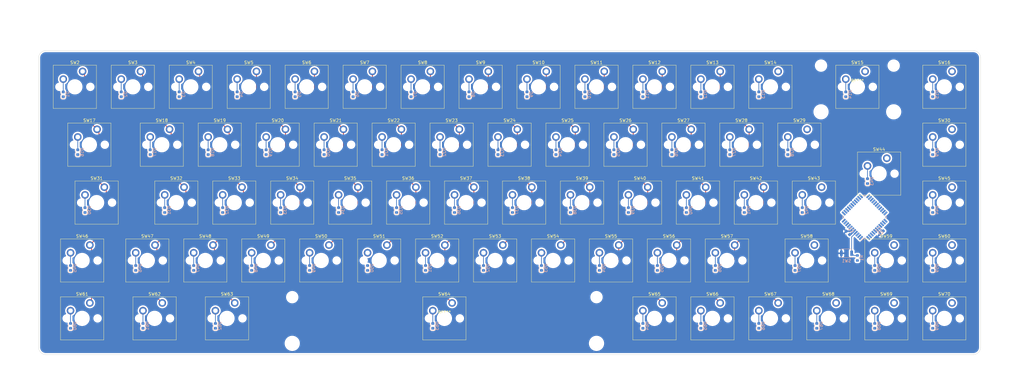
<source format=kicad_pcb>
(kicad_pcb (version 20211014) (generator pcbnew)
  (layers (0 "F.Cu" signal) (31 "B.Cu" signal) (34 "B.Paste" user) (35 "F.Paste" user) (36 "B.SilkS" user "B.Silkscreen") (37 "F.SilkS" user "F.Silkscreen") (38 "B.Mask" user) (39 "F.Mask" user) (44 "Edge.Cuts" user))
  (net 0 "")
  (net 1 "/Keyboard Matrix/R1")
  (net 2 "Net-(D1-Pad2)")
  (net 3 "Net-(D2-Pad2)")
  (net 4 "Net-(D3-Pad2)")
  (net 5 "Net-(D4-Pad2)")
  (net 6 "Net-(D5-Pad2)")
  (net 7 "Net-(D6-Pad2)")
  (net 8 "Net-(D7-Pad2)")
  (net 9 "Net-(D8-Pad2)")
  (net 10 "Net-(D9-Pad2)")
  (net 11 "Net-(D10-Pad2)")
  (net 12 "Net-(D11-Pad2)")
  (net 13 "Net-(D12-Pad2)")
  (net 14 "Net-(D13-Pad2)")
  (net 15 "Net-(D14-Pad2)")
  (net 16 "Net-(D15-Pad2)")
  (net 17 "/Keyboard Matrix/R2")
  (net 18 "Net-(D16-Pad2)")
  (net 19 "Net-(D17-Pad2)")
  (net 20 "Net-(D18-Pad2)")
  (net 21 "Net-(D19-Pad2)")
  (net 22 "Net-(D20-Pad2)")
  (net 23 "Net-(D21-Pad2)")
  (net 24 "Net-(D22-Pad2)")
  (net 25 "Net-(D23-Pad2)")
  (net 26 "Net-(D24-Pad2)")
  (net 27 "Net-(D25-Pad2)")
  (net 28 "Net-(D26-Pad2)")
  (net 29 "Net-(D27-Pad2)")
  (net 30 "Net-(D28-Pad2)")
  (net 31 "Net-(D29-Pad2)")
  (net 32 "/Keyboard Matrix/R3")
  (net 33 "Net-(D30-Pad2)")
  (net 34 "Net-(D31-Pad2)")
  (net 35 "Net-(D32-Pad2)")
  (net 36 "Net-(D33-Pad2)")
  (net 37 "Net-(D34-Pad2)")
  (net 38 "Net-(D35-Pad2)")
  (net 39 "Net-(D36-Pad2)")
  (net 40 "Net-(D37-Pad2)")
  (net 41 "Net-(D38-Pad2)")
  (net 42 "Net-(D39-Pad2)")
  (net 43 "Net-(D40-Pad2)")
  (net 44 "Net-(D41-Pad2)")
  (net 45 "Net-(D42-Pad2)")
  (net 46 "Net-(D43-Pad2)")
  (net 47 "Net-(D44-Pad2)")
  (net 48 "/Keyboard Matrix/R4")
  (net 49 "Net-(D45-Pad2)")
  (net 50 "Net-(D46-Pad2)")
  (net 51 "Net-(D47-Pad2)")
  (net 52 "Net-(D48-Pad2)")
  (net 53 "Net-(D49-Pad2)")
  (net 54 "Net-(D50-Pad2)")
  (net 55 "Net-(D51-Pad2)")
  (net 56 "Net-(D52-Pad2)")
  (net 57 "Net-(D53-Pad2)")
  (net 58 "Net-(D54-Pad2)")
  (net 59 "Net-(D55-Pad2)")
  (net 60 "Net-(D56-Pad2)")
  (net 61 "Net-(D57-Pad2)")
  (net 62 "Net-(D58-Pad2)")
  (net 63 "Net-(D59-Pad2)")
  (net 64 "/Keyboard Matrix/R5")
  (net 65 "Net-(D60-Pad2)")
  (net 66 "Net-(D61-Pad2)")
  (net 67 "Net-(D62-Pad2)")
  (net 68 "Net-(D63-Pad2)")
  (net 69 "Net-(D64-Pad2)")
  (net 70 "Net-(D65-Pad2)")
  (net 71 "Net-(D66-Pad2)")
  (net 72 "Net-(D67-Pad2)")
  (net 73 "Net-(D68-Pad2)")
  (net 74 "Net-(D69-Pad2)")
  (net 75 "/Keyboard Matrix/C1")
  (net 76 "/Keyboard Matrix/C2")
  (net 77 "/Keyboard Matrix/C3")
  (net 78 "/Keyboard Matrix/C4")
  (net 79 "/Keyboard Matrix/C5")
  (net 80 "/Keyboard Matrix/C6")
  (net 81 "/Keyboard Matrix/C7")
  (net 82 "/Keyboard Matrix/C8")
  (net 83 "/Keyboard Matrix/C9")
  (net 84 "/Keyboard Matrix/C10")
  (net 85 "/Keyboard Matrix/C11")
  (net 86 "/Keyboard Matrix/C12")
  (net 87 "/Keyboard Matrix/C13")
  (net 88 "/Keyboard Matrix/C14")
  (net 89 "/Keyboard Matrix/C15")
  (net 126 "+5V")
  (net 127 "Earth")
  (net 128 "/RESET")
  (footprint "Switch_Keyboard_Cherry_MX:SW_Cherry_MX_PCB_2.00u" (layer "F.Cu") (at 326.23125 104.775)
    (fp_text reference "SW15")
    (fp_text value "Backspace")
  )
  (footprint "Diode_SMD:D_0603_1608Metric" (layer "F.Cu") (at 193.83375 145.335 90)
    (fp_text reference "D36")
    (fp_text value "D")
  )
  (footprint "Switch_Keyboard_Cherry_MX:SW_Cherry_MX_PCB_1.00u" (layer "F.Cu") (at 254.79375 142.875)
    (fp_text reference "SW40")
    (fp_text value "l")
  )
  (footprint "Switch_Keyboard_Cherry_MX:SW_Cherry_MX_PCB_ISOEnter" (layer "F.Cu") (at 333.375 133.35)
    (fp_text reference "SW44")
    (fp_text value "Enter")
  )
  (footprint "Diode_SMD:D_0603_1608Metric" (layer "F.Cu") (at 198.59625 107.235 90)
    (fp_text reference "D8")
    (fp_text value "D")
  )
  (footprint "Switch_Keyboard_Cherry_MX:SW_Cherry_MX_PCB_1.00u" (layer "F.Cu") (at 316.70625 180.975)
    (fp_text reference "SW68")
    (fp_text value "left")
  )
  (footprint "Diode_SMD:D_0603_1608Metric" (layer "F.Cu") (at 284.32125 126.285 90)
    (fp_text reference "D27")
    (fp_text value "D")
  )
  (footprint "Diode_SMD:D_0603_1608Metric" (layer "F.Cu") (at 150.97125 126.285 90)
    (fp_text reference "D20")
    (fp_text value "D")
  )
  (footprint "Mounting_Keyboard_Stabilizer:Stabilizer_Cherry_MX_2.00u" (layer "F.Cu") (at 326.23125 104.775)
    (fp_text reference "REF**")
    (fp_text value "Stabilizer_Cherry_MX_2.00u")
  )
  (footprint "Switch_Keyboard_Cherry_MX:SW_Cherry_MX_PCB_1.25u" (layer "F.Cu") (at 71.4375 180.975)
    (fp_text reference "SW61")
    (fp_text value "ctrl")
  )
  (footprint "Diode_SMD:D_0603_1608Metric" (layer "F.Cu") (at 331.94625 164.385 90)
    (fp_text reference "D58")
    (fp_text value "D")
  )
  (footprint "Diode_SMD:D_0603_1608Metric" (layer "F.Cu") (at 329.565 135.81 90)
    (fp_text reference "D43")
    (fp_text value "D")
  )
  (footprint "Diode_SMD:D_0603_1608Metric" (layer "F.Cu") (at 136.68375 145.335 90)
    (fp_text reference "D33")
    (fp_text value "D")
  )
  (footprint "Switch_Keyboard_Cherry_MX:SW_Cherry_MX_PCB_1.00u" (layer "F.Cu") (at 126.20625 104.775)
    (fp_text reference "SW5")
    (fp_text value "3")
  )
  (footprint "Switch_Keyboard_Cherry_MX:SW_Cherry_MX_PCB_1.00u" (layer "F.Cu") (at 197.64375 142.875)
    (fp_text reference "SW37")
    (fp_text value "h")
  )
  (footprint "Diode_SMD:D_0603_1608Metric" (layer "F.Cu") (at 186.69 183.435 90)
    (fp_text reference "D63")
    (fp_text value "D")
  )
  (footprint "Diode_SMD:D_0603_1608Metric" (layer "F.Cu") (at 303.37125 126.285 90)
    (fp_text reference "D28")
    (fp_text value "D")
  )
  (footprint "Diode_SMD:D_0603_1608Metric" (layer "F.Cu") (at 179.54625 107.235 90)
    (fp_text reference "D7")
    (fp_text value "D")
  )
  (footprint "Diode_SMD:D_0603_1608Metric" (layer "F.Cu") (at 241.45875 164.385 90)
    (fp_text reference "D54")
    (fp_text value "D")
  )
  (footprint "Diode_SMD:D_0603_1608Metric" (layer "F.Cu") (at 203.35875 164.385 90)
    (fp_text reference "D52")
    (fp_text value "D")
  )
  (footprint "Diode_SMD:D_0603_1608Metric" (layer "F.Cu") (at 255.74625 107.235 90)
    (fp_text reference "D11")
    (fp_text value "D")
  )
  (footprint "Switch_Keyboard_Cherry_MX:SW_Cherry_MX_PCB_1.00u" (layer "F.Cu") (at 116.68125 123.825)
    (fp_text reference "SW19")
    (fp_text value "w")
  )
  (footprint "Diode_SMD:D_0603_1608Metric" (layer "F.Cu") (at 174.78375 145.335 90)
    (fp_text reference "D35")
    (fp_text value "D")
  )
  (footprint "Switch_Keyboard_Cherry_MX:SW_Cherry_MX_PCB_1.00u" (layer "F.Cu") (at 102.39375 142.875)
    (fp_text reference "SW32")
    (fp_text value "a")
  )
  (footprint "Diode_SMD:D_0603_1608Metric" (layer "F.Cu") (at 127.15875 164.385 90)
    (fp_text reference "D48")
    (fp_text value "D")
  )
  (footprint "Diode_SMD:D_0603_1608Metric" (layer "F.Cu") (at 98.58375 145.335 90)
    (fp_text reference "D31")
    (fp_text value "D")
  )
  (footprint "Switch_Keyboard_Cherry_MX:SW_Cherry_MX_PCB_1.00u" (layer "F.Cu") (at 283.36875 161.925)
    (fp_text reference "SW57")
    (fp_text value "/")
  )
  (footprint "Diode_SMD:D_0603_1608Metric" (layer "F.Cu") (at 170.02125 126.285 90)
    (fp_text reference "D21")
    (fp_text value "D")
  )
  (footprint "Diode_SMD:D_0603_1608Metric" (layer "F.Cu") (at 350.99625 107.235 90)
    (fp_text reference "D15")
    (fp_text value "D")
  )
  (footprint "Switch_Keyboard_Cherry_MX:SW_Cherry_MX_PCB_1.00u" (layer "F.Cu") (at 169.06875 161.925)
    (fp_text reference "SW51")
    (fp_text value "v")
  )
  (footprint "Switch_Keyboard_Cherry_MX:SW_Cherry_MX_PCB_1.00u" (layer "F.Cu") (at 140.49375 142.875)
    (fp_text reference "SW34")
    (fp_text value "d")
  )
  (footprint "Switch_Keyboard_Cherry_MX:SW_Cherry_MX_PCB_1.00u" (layer "F.Cu") (at 111.91875 161.925)
    (fp_text reference "SW48")
    (fp_text value "z")
  )
  (footprint "Diode_SMD:D_0603_1608Metric" (layer "F.Cu") (at 270.03375 145.335 90)
    (fp_text reference "D40")
    (fp_text value "D")
  )
  (footprint "Diode_SMD:D_0603_1608Metric" (layer "F.Cu") (at 350.99625 145.335 90)
    (fp_text reference "D44")
    (fp_text value "D")
  )
  (footprint "Switch_Keyboard_Cherry_MX:SW_Cherry_MX_PCB_1.00u" (layer "F.Cu") (at 221.45625 104.775)
    (fp_text reference "SW10")
    (fp_text value "8")
  )
  (footprint "Switch_Keyboard_Cherry_MX:SW_Cherry_MX_PCB_1.00u" (layer "F.Cu") (at 264.31875 161.925)
    (fp_text reference "SW56")
    (fp_text value ".")
  )
  (footprint "Diode_SMD:D_0603_1608Metric" (layer "F.Cu") (at 217.64625 107.235 90)
    (fp_text reference "D9")
    (fp_text value "D")
  )
  (footprint "Diode_SMD:D_0603_1608Metric" (layer "F.Cu") (at 155.73375 145.335 90)
    (fp_text reference "D34")
    (fp_text value "D")
  )
  (footprint "Switch_Keyboard_Cherry_MX:SW_Cherry_MX_PCB_1.00u" (layer "F.Cu") (at 211.93125 123.825)
    (fp_text reference "SW24")
    (fp_text value "u")
  )
  (footprint "Switch_Keyboard_Cherry_MX:SW_Cherry_MX_PCB_1.00u" (layer "F.Cu") (at 107.15625 104.775)
    (fp_text reference "SW4")
    (fp_text value "2")
  )
  (footprint "Switch_Keyboard_Cherry_MX:SW_Cherry_MX_PCB_1.00u" (layer "F.Cu") (at 250.03125 123.825)
    (fp_text reference "SW26")
    (fp_text value "o")
  )
  (footprint "Diode_SMD:D_0603_1608Metric" (layer "F.Cu") (at 103.34625 107.235 90)
    (fp_text reference "D3")
    (fp_text value "D")
  )
  (footprint "Switch_Keyboard_Cherry_MX:SW_Cherry_MX_PCB_1.00u" (layer "F.Cu") (at 354.80625 123.825)
    (fp_text reference "SW30")
    (fp_text value "home")
  )
  (footprint "Diode_SMD:D_0603_1608Metric" (layer "F.Cu") (at 274.79625 183.435 90)
    (fp_text reference "D65")
    (fp_text value "D")
  )
  (footprint "Diode_SMD:D_0603_1608Metric" (layer "F.Cu") (at 350.99625 126.285 90)
    (fp_text reference "D29")
    (fp_text value "D")
  )
  (footprint "Switch_Keyboard_Cherry_MX:SW_Cherry_MX_PCB_1.00u" (layer "F.Cu") (at 164.30625 104.775)
    (fp_text reference "SW7")
    (fp_text value "5")
  )
  (footprint "Switch_Keyboard_Cherry_MX:SW_Cherry_MX_PCB_1.00u" (layer "F.Cu") (at 92.86875 161.925)
    (fp_text reference "SW47")
    (fp_text value "\\")
  )
  (footprint "Switch_Keyboard_Cherry_MX:SW_Cherry_MX_PCB_1.00u" (layer "F.Cu") (at 173.83125 123.825)
    (fp_text reference "SW22")
    (fp_text value "t")
  )
  (footprint "Diode_SMD:D_0603_1608Metric" (layer "F.Cu") (at 112.87125 126.285 90)
    (fp_text reference "D18")
    (fp_text value "D")
  )
  (footprint "Switch_Keyboard_Cherry_MX:SW_Cherry_MX_PCB_1.00u" (layer "F.Cu") (at 159.54375 142.875)
    (fp_text reference "SW35")
    (fp_text value "f")
  )
  (footprint "Switch_Keyboard_Cherry_MX:SW_Cherry_MX_PCB_1.00u" (layer "F.Cu") (at 307.18125 123.825)
    (fp_text reference "SW29")
    (fp_text value "]")
  )
  (footprint "Switch_Keyboard_Cherry_MX:SW_Cherry_MX_PCB_1.00u" (layer "F.Cu") (at 97.63125 123.825)
    (fp_text reference "SW18")
    (fp_text value "q")
  )
  (footprint "Switch_Keyboard_Cherry_MX:SW_Cherry_MX_PCB_1.75u" (layer "F.Cu") (at 309.5625 161.925)
    (fp_text reference "SW58")
    (fp_text value "rshift")
  )
  (footprint "Diode_SMD:D_0603_1608Metric" (layer "F.Cu") (at 236.69625 107.235 90)
    (fp_text reference "D10")
    (fp_text value "D")
  )
  (footprint "Switch_Keyboard_Cherry_MX:SW_Cherry_MX_PCB_1.00u" (layer "F.Cu") (at 235.74375 142.875)
    (fp_text reference "SW39")
    (fp_text value "k")
  )
  (footprint "Diode_SMD:D_0603_1608Metric" (layer "F.Cu") (at 122.39625 107.235 90)
    (fp_text reference "D4")
    (fp_text value "D")
  )
  (footprint "Switch_Keyboard_Cherry_MX:SW_Cherry_MX_PCB_1.75u" (layer "F.Cu") (at 76.2 142.875)
    (fp_text reference "SW31")
    (fp_text value "esc")
  )
  (footprint "Switch_Keyboard_Cherry_MX:SW_Cherry_MX_PCB_1.00u" (layer "F.Cu") (at 273.84375 142.875)
    (fp_text reference "SW41")
    (fp_text value ";")
  )
  (footprint "Diode_SMD:D_0603_1608Metric" (layer "F.Cu") (at 84.29625 107.235 90)
    (fp_text reference "D2")
    (fp_text value "D")
  )
  (footprint "Switch_Keyboard_Cherry_MX:SW_Cherry_MX_PCB_1.00u" (layer "F.Cu") (at 259.55625 104.775)
    (fp_text reference "SW12")
    (fp_text value "0")
  )
  (footprint "Switch_Keyboard_Cherry_MX:SW_Cherry_MX_PCB_1.00u" (layer "F.Cu") (at 154.78125 123.825)
    (fp_text reference "SW21")
    (fp_text value "r")
  )
  (footprint "Switch_Keyboard_Cherry_MX:SW_Cherry_MX_PCB_1.00u" (layer "F.Cu") (at 178.59375 142.875)
    (fp_text reference "SW36")
    (fp_text value "g")
  )
  (footprint "Switch_Keyboard_Cherry_MX:SW_Cherry_MX_PCB_1.00u" (layer "F.Cu") (at 354.80625 161.925)
    (fp_text reference "SW60")
    (fp_text value "page down")
  )
  (footprint "Diode_SMD:D_0603_1608Metric" (layer "F.Cu") (at 274.79625 107.235 90)
    (fp_text reference "D12")
    (fp_text value "D")
  )
  (footprint "Diode_SMD:D_0603_1608Metric" (layer "F.Cu") (at 246.22125 126.285 90)
    (fp_text reference "D25")
    (fp_text value "D")
  )
  (footprint "Diode_SMD:D_0603_1608Metric" (layer "F.Cu") (at 93.82125 126.285 90)
    (fp_text reference "D17")
    (fp_text value "D")
  )
  (footprint "Diode_SMD:D_0603_1608Metric" (layer "F.Cu") (at 212.88375 145.335 90)
    (fp_text reference "D37")
    (fp_text value "D")
  )
  (footprint "Diode_SMD:D_0603_1608Metric" (layer "F.Cu") (at 293.84625 183.435 90)
    (fp_text reference "D66")
    (fp_text value "D")
  )
  (footprint "Switch_Keyboard_Cherry_MX:SW_Cherry_MX_PCB_1.00u" (layer "F.Cu") (at 288.13125 123.825)
    (fp_text reference "SW28")
    (fp_text value "[")
  )
  (footprint "Diode_SMD:D_0603_1608Metric" (layer "F.Cu") (at 222.40875 164.385 90)
    (fp_text reference "D53")
    (fp_text value "D")
  )
  (footprint "Diode_SMD:D_0603_1608Metric" (layer "F.Cu") (at 208.12125 126.285 90)
    (fp_text reference "D23")
    (fp_text value "D")
  )
  (footprint "Diode_SMD:D_0603_1608Metric" (layer "F.Cu") (at 146.20875 164.385 90)
    (fp_text reference "D49")
    (fp_text value "D")
  )
  (footprint "Diode_SMD:D_0603_1608Metric" (layer "F.Cu") (at 265.27125 126.285 90)
    (fp_text reference "D26")
    (fp_text value "D")
  )
  (footprint "Switch_Keyboard_Cherry_MX:SW_Cherry_MX_PCB_1.00u" (layer "F.Cu") (at 259.55625 180.975)
    (fp_text reference "SW65")
    (fp_text value "ralt")
  )
  (footprint "Switch_Keyboard_Cherry_MX:SW_Cherry_MX_PCB_6.25u" (layer "F.Cu") (at 190.5 180.975)
    (fp_text reference "SW64")
    (fp_text value "space")
  )
  (footprint "Diode_SMD:D_0603_1608Metric" (layer "F.Cu") (at 305.7525 164.385 90)
    (fp_text reference "D57")
    (fp_text value "D")
  )
  (footprint "Switch_Keyboard_Cherry_MX:SW_Cherry_MX_PCB_1.00u" (layer "F.Cu") (at 145.25625 104.775)
    (fp_text reference "SW6")
    (fp_text value "4")
  )
  (footprint "Diode_SMD:D_0603_1608Metric" (layer "F.Cu") (at 255.74625 183.435 90)
    (fp_text reference "D64")
    (fp_text value "D")
  )
  (footprint "Switch_Keyboard_Cherry_MX:SW_Cherry_MX_PCB_1.00u" (layer "F.Cu") (at 269.08125 123.825)
    (fp_text reference "SW27")
    (fp_text value "p")
  )
  (footprint "Diode_SMD:D_0603_1608Metric" (layer "F.Cu") (at 117.63375 145.335 90)
    (fp_text reference "D32")
    (fp_text value "D")
  )
  (footprint "Switch_Keyboard_Cherry_MX:SW_Cherry_MX_PCB_1.00u" (layer "F.Cu") (at 335.75625 180.975)
    (fp_text reference "SW69")
    (fp_text value "down")
  )
  (footprint "Diode_SMD:D_0603_1608Metric" (layer "F.Cu") (at 189.07125 126.285 90)
    (fp_text reference "D22")
    (fp_text value "D")
  )
  (footprint "Diode_SMD:D_0603_1608Metric" (layer "F.Cu") (at 350.99625 183.435 90)
    (fp_text reference "D69")
    (fp_text value "D")
  )
  (footprint "Switch_Keyboard_Cherry_MX:SW_Cherry_MX_PCB_1.00u" (layer "F.Cu") (at 354.80625 104.775)
    (fp_text reference "SW16")
    (fp_text value "LED")
  )
  (footprint "Diode_SMD:D_0603_1608Metric" (layer "F.Cu") (at 131.92125 126.285 90)
    (fp_text reference "D19")
    (fp_text value "D")
  )
  (footprint "Switch_Keyboard_Cherry_MX:SW_Cherry_MX_PCB_1.00u" (layer "F.Cu") (at 150.01875 161.925)
    (fp_text reference "SW50")
    (fp_text value "c")
  )
  (footprint "Diode_SMD:D_0603_1608Metric" (layer "F.Cu") (at 65.24625 107.235 90)
    (fp_text reference "D1")
    (fp_text value "D")
  )
  (footprint "Switch_Keyboard_Cherry_MX:SW_Cherry_MX_PCB_1.00u" (layer "F.Cu") (at 292.89375 142.875)
    (fp_text reference "SW42")
    (fp_text value "@")
  )
  (footprint "Diode_SMD:D_0603_1608Metric" (layer "F.Cu") (at 227.17125 126.285 90)
    (fp_text reference "D24")
    (fp_text value "D")
  )
  (footprint "Switch_Keyboard_Cherry_MX:SW_Cherry_MX_PCB_1.00u" (layer "F.Cu") (at 354.80625 180.975)
    (fp_text reference "SW70")
    (fp_text value "right")
  )
  (footprint "Diode_SMD:D_0603_1608Metric" (layer "F.Cu") (at 331.94625 183.435 90)
    (fp_text reference "D68")
    (fp_text value "D")
  )
  (footprint "Diode_SMD:D_0603_1608Metric" (layer "F.Cu") (at 70.00875 126.285 90)
    (fp_text reference "D16")
    (fp_text value "D")
  )
  (footprint "Switch_Keyboard_Cherry_MX:SW_Cherry_MX_PCB_1.00u" (layer "F.Cu") (at 335.75625 161.925)
    (fp_text reference "SW59")
    (fp_text value "up")
  )
  (footprint "Switch_Keyboard_Cherry_MX:SW_Cherry_MX_PCB_1.00u" (layer "F.Cu") (at 192.88125 123.825)
    (fp_text reference "SW23")
    (fp_text value "y")
  )
  (footprint "Switch_Keyboard_Cherry_MX:SW_Cherry_MX_PCB_1.00u" (layer "F.Cu") (at 135.73125 123.825)
    (fp_text reference "SW20")
    (fp_text value "e")
  )
  (footprint "Diode_SMD:D_0603_1608Metric" (layer "F.Cu") (at 67.6275 164.385 90)
    (fp_text reference "D45")
    (fp_text value "D")
  )
  (footprint "Diode_SMD:D_0603_1608Metric" (layer "F.Cu") (at 231.93375 145.335 90)
    (fp_text reference "D38")
    (fp_text value "D")
  )
  (footprint "Diode_SMD:D_0603_1608Metric" (layer "F.Cu") (at 289.08375 145.335 90)
    (fp_text reference "D41")
    (fp_text value "D")
  )
  (footprint "Switch_Keyboard_Cherry_MX:SW_Cherry_MX_PCB_1.00u" (layer "F.Cu") (at 230.98125 123.825)
    (fp_text reference "SW25")
    (fp_text value "i")
  )
  (footprint "Switch_Keyboard_Cherry_MX:SW_Cherry_MX_PCB_1.50u" (layer "F.Cu") (at 73.81875 123.825)
    (fp_text reference "SW17")
    (fp_text value "Tab")
  )
  (footprint "Switch_Keyboard_Cherry_MX:SW_Cherry_MX_PCB_1.00u" (layer "F.Cu") (at 354.80625 142.875)
    (fp_text reference "SW45")
    (fp_text value "page up")
  )
  (footprint "Switch_Keyboard_Cherry_MX:SW_Cherry_MX_PCB_1.00u" (layer "F.Cu") (at 297.65625 180.975)
    (fp_text reference "SW67")
    (fp_text value "rctrl")
  )
  (footprint "Diode_SMD:D_0603_1608Metric" (layer "F.Cu") (at 108.10875 164.385 90)
    (fp_text reference "D47")
    (fp_text value "D")
  )
  (footprint "Diode_SMD:D_0603_1608Metric" (layer "F.Cu") (at 293.84625 107.235 90)
    (fp_text reference "D13")
    (fp_text value "D")
  )
  (footprint "Diode_SMD:D_0603_1608Metric" (layer "F.Cu") (at 165.25875 164.385 90)
    (fp_text reference "D50")
    (fp_text value "D")
  )
  (footprint "Diode_SMD:D_0603_1608Metric" (layer "F.Cu") (at 279.55875 164.385 90)
    (fp_text reference "D56")
    (fp_text value "D")
  )
  (footprint "Diode_SMD:D_0603_1608Metric" (layer "F.Cu") (at 115.2525 183.435 90)
    (fp_text reference "D62")
    (fp_text value "D")
  )
  (footprint "Diode_SMD:D_0603_1608Metric" (layer "F.Cu") (at 184.30875 164.385 90)
    (fp_text reference "D51")
    (fp_text value "D")
  )
  (footprint "Diode_SMD:D_0603_1608Metric" (layer "F.Cu") (at 141.44625 107.235 90)
    (fp_text reference "D5")
    (fp_text value "D")
  )
  (footprint "Switch_Keyboard_Cherry_MX:SW_Cherry_MX_PCB_1.00u" (layer "F.Cu") (at 88.10625 104.775)
    (fp_text reference "SW3")
    (fp_text value "1")
  )
  (footprint "Switch_Keyboard_Cherry_MX:SW_Cherry_MX_PCB_1.00u" (layer "F.Cu") (at 226.21875 161.925)
    (fp_text reference "SW54")
    (fp_text value "m")
  )
  (footprint "Diode_SMD:D_0603_1608Metric" (layer "F.Cu") (at 160.49625 107.235 90)
    (fp_text reference "D6")
    (fp_text value "D")
  )
  (footprint "Diode_SMD:D_0603_1608Metric" (layer "F.Cu") (at 89.05875 164.385 90)
    (fp_text reference "D46")
    (fp_text value "D")
  )
  (footprint "Diode_SMD:D_0603_1608Metric" (layer "F.Cu") (at 312.89625 183.435 90)
    (fp_text reference "D67")
    (fp_text value "D")
  )
  (footprint "Switch_Keyboard_Cherry_MX:SW_Cherry_MX_PCB_1.25u" (layer "F.Cu") (at 71.4375 161.925)
    (fp_text reference "SW46")
    (fp_text value "shift")
  )
  (footprint "Switch_Keyboard_Cherry_MX:SW_Cherry_MX_PCB_1.00u" (layer "F.Cu") (at 69.05625 104.775)
    (fp_text reference "SW2")
    (fp_text value "caps")
  )
  (footprint "Switch_Keyboard_Cherry_MX:SW_Cherry_MX_PCB_1.00u" (layer "F.Cu") (at 297.65625 104.775)
    (fp_text reference "SW14")
    (fp_text value "=")
  )
  (footprint "Diode_SMD:D_0603_1608Metric" (layer "F.Cu") (at 260.50875 164.385 90)
    (fp_text reference "D55")
    (fp_text value "D")
  )
  (footprint "Diode_SMD:D_0603_1608Metric" (layer "F.Cu") (at 308.13375 145.335 90)
    (fp_text reference "D42")
    (fp_text value "D")
  )
  (footprint "Switch_Keyboard_Cherry_MX:SW_Cherry_MX_PCB_1.25u" (layer "F.Cu") (at 119.0625 180.975)
    (fp_text reference "SW63")
    (fp_text value "alt")
  )
  (footprint "Mounting_Keyboard_Stabilizer:Stabilizer_Cherry_MX_6.25u" (layer "F.Cu") (at 190.5 180.975)
    (fp_text reference "REF**")
    (fp_text value "Stabilizer_Cherry_MX_6.25u")
  )
  (footprint "Switch_Keyboard_Cherry_MX:SW_Cherry_MX_PCB_1.00u" (layer "F.Cu") (at 278.60625 104.775)
    (fp_text reference "SW13")
    (fp_text value "-")
  )
  (footprint "Diode_SMD:D_0603_1608Metric" (layer "F.Cu") (at 67.6275 183.435 90)
    (fp_text reference "D60")
    (fp_text value "D")
  )
  (footprint "Switch_Keyboard_Cherry_MX:SW_Cherry_MX_PCB_1.25u" (layer "F.Cu") (at 95.25 180.975)
    (fp_text reference "SW62")
    (fp_text value "win")
  )
  (footprint "Diode_SMD:D_0603_1608Metric" (layer "F.Cu") (at 72.39 145.335 90)
    (fp_text reference "D30")
    (fp_text value "D")
  )
  (footprint "Diode_SMD:D_0603_1608Metric" (layer "F.Cu") (at 250.98375 145.335 90)
    (fp_text reference "D39")
    (fp_text value "D")
  )
  (footprint "Switch_Keyboard_Cherry_MX:SW_Cherry_MX_PCB_1.00u" (layer "F.Cu") (at 207.16875 161.925)
    (fp_text reference "SW53")
    (fp_text value "n")
  )
  (footprint "Switch_Keyboard_Cherry_MX:SW_Cherry_MX_PCB_1.00u" (layer "F.Cu") (at 121.44375 142.875)
    (fp_text reference "SW33")
    (fp_text value "s")
  )
  (footprint "Switch_Keyboard_Cherry_MX:SW_Cherry_MX_PCB_1.00u" (layer "F.Cu") (at 183.35625 104.775)
    (fp_text reference "SW8")
    (fp_text value "6")
  )
  (footprint "Diode_SMD:D_0603_1608Metric" (layer "F.Cu") (at 350.99625 164.385 90)
    (fp_text reference "D59")
    (fp_text value "D")
  )
  (footprint "Switch_Keyboard_Cherry_MX:SW_Cherry_MX_PCB_1.00u" (layer "F.Cu") (at 311.94375 142.875)
    (fp_text reference "SW43")
    (fp_text value "#")
  )
  (footprint "Switch_Keyboard_Cherry_MX:SW_Cherry_MX_PCB_1.00u" (layer "F.Cu") (at 216.69375 142.875)
    (fp_text reference "SW38")
    (fp_text value "j")
  )
  (footprint "Switch_Keyboard_Cherry_MX:SW_Cherry_MX_PCB_1.00u" (layer "F.Cu") (at 245.26875 161.925)
    (fp_text reference "SW55")
    (fp_text value ",")
  )
  (footprint "Switch_Keyboard_Cherry_MX:SW_Cherry_MX_PCB_1.00u" (layer "F.Cu") (at 188.11875 161.925)
    (fp_text reference "SW52")
    (fp_text value "b")
  )
  (footprint "Switch_Keyboard_Cherry_MX:SW_Cherry_MX_PCB_1.00u" (layer "F.Cu") (at 130.96875 161.925)
    (fp_text reference "SW49")
    (fp_text value "x")
  )
  (footprint "Diode_SMD:D_0603_1608Metric" (layer "F.Cu") (at 322.42125 107.235 90)
    (fp_text reference "D14")
    (fp_text value "D")
  )
  (footprint "Switch_Keyboard_Cherry_MX:SW_Cherry_MX_PCB_1.00u" (layer "F.Cu") (at 278.60625 180.975)
    (fp_text reference "SW66")
    (fp_text value "rwin")
  )
  (footprint "Switch_Keyboard_Cherry_MX:SW_Cherry_MX_PCB_1.00u" (layer "F.Cu") (at 240.50625 104.775)
    (fp_text reference "SW11")
    (fp_text value "9")
  )
  (footprint "Switch_Keyboard_Cherry_MX:SW_Cherry_MX_PCB_1.00u" (layer "F.Cu") (at 202.40625 104.775)
    (fp_text reference "SW9")
    (fp_text value "7")
  )
  (footprint "Diode_SMD:D_0603_1608Metric" (layer "F.Cu") (at 91.44 183.435 90)
    (fp_text reference "D61")
    (fp_text value "D")
  )
  (footprint "Button_Switch_SMD:SW_SPST_B3U-1000P" (layer "B.Cu") (at 322.659375 159.54375)
    (fp_text reference "SW1")
    (fp_text value "RESET")
  )
  (footprint "Capacitor_SMD:C_0603_1608Metric" (layer "B.Cu") (at 323.136378 152.843104 135)
    (fp_text reference "C1")
    (fp_text value "100n")
  )
  (footprint "Resistor_SMD:R_0603_1608Metric" (layer "B.Cu") (at 326.23125 161.1 90)
    (fp_text reference "R1")
    (fp_text value "100k")
  )
  (footprint "Package_QFP:TQFP-44_10x10mm_P0.8mm" (layer "B.Cu") (at 328.6125 147.6375 45)
    (fp_text reference "U1")
    (fp_text value "ATmega32-16A")
  )
  (footprint "Capacitor_SMD:C_0603_1608Metric" (layer "B.Cu") (at 334.194865 152.758973 -135)
    (fp_text reference "C2")
    (fp_text value "10u")
  )
  (gr_line (start 59.53125 92.86875) (end 364.33125 92.86875) (layer "Edge.Cuts") (width 0.1))
  (gr_line (start 366.7125 95.25) (end 366.7125 190.5) (layer "Edge.Cuts") (width 0.1))
  (gr_arc (start 57.15 95.25) (mid 57.847452 93.566202) (end 59.53125 92.86875) (layer "Edge.Cuts") (width 0.1))
  (gr_arc (start 366.7125 190.5) (mid 366.015048 192.183798) (end 364.33125 192.88125) (layer "Edge.Cuts") (width 0.1))
  (gr_arc (start 59.53125 192.88125) (mid 57.847452 192.183798) (end 57.15 190.5) (layer "Edge.Cuts") (width 0.1))
  (gr_arc (start 364.33125 92.86875) (mid 366.015048 93.566202) (end 366.7125 95.25) (layer "Edge.Cuts") (width 0.1))
  (gr_line (start 364.33125 192.88125) (end 59.53125 192.88125) (layer "Edge.Cuts") (width 0.1))
  (gr_line (start 57.15 190.5) (end 57.15 95.25) (layer "Edge.Cuts") (width 0.1))
  (segment (start 65.24625 102.235) (end 65.24625 106.4475) (width 0.25) (layer "B.Cu") (net 2))
  (segment (start 84.29625 102.235) (end 84.29625 106.4475) (width 0.25) (layer "B.Cu") (net 3))
  (segment (start 103.34625 102.235) (end 103.34625 106.4475) (width 0.25) (layer "B.Cu") (net 4))
  (segment (start 122.39625 102.235) (end 122.39625 106.4475) (width 0.25) (layer "B.Cu") (net 5))
  (segment (start 141.44625 102.235) (end 141.44625 106.4475) (width 0.25) (layer "B.Cu") (net 6))
  (segment (start 160.49625 102.235) (end 160.49625 106.4475) (width 0.25) (layer "B.Cu") (net 7))
  (segment (start 179.54625 102.235) (end 179.54625 106.4475) (width 0.25) (layer "B.Cu") (net 8))
  (segment (start 198.59625 102.235) (end 198.59625 106.4475) (width 0.25) (layer "B.Cu") (net 9))
  (segment (start 217.64625 102.235) (end 217.64625 106.4475) (width 0.25) (layer "B.Cu") (net 10))
  (segment (start 236.69625 102.235) (end 236.69625 106.4475) (width 0.25) (layer "B.Cu") (net 11))
  (segment (start 255.74625 102.235) (end 255.74625 106.4475) (width 0.25) (layer "B.Cu") (net 12))
  (segment (start 274.79625 102.235) (end 274.79625 106.4475) (width 0.25) (layer "B.Cu") (net 13))
  (segment (start 293.84625 102.235) (end 293.84625 106.4475) (width 0.25) (layer "B.Cu") (net 14))
  (segment (start 322.42125 102.235) (end 322.42125 106.4475) (width 0.25) (layer "B.Cu") (net 15))
  (segment (start 350.99625 102.235) (end 350.99625 106.4475) (width 0.25) (layer "B.Cu") (net 16))
  (segment (start 70.00875 121.285) (end 70.00875 125.4975) (width 0.25) (layer "B.Cu") (net 18))
  (segment (start 93.82125 121.285) (end 93.82125 125.4975) (width 0.25) (layer "B.Cu") (net 19))
  (segment (start 112.87125 121.285) (end 112.87125 125.4975) (width 0.25) (layer "B.Cu") (net 20))
  (segment (start 131.92125 121.285) (end 131.92125 125.4975) (width 0.25) (layer "B.Cu") (net 21))
  (segment (start 150.97125 121.285) (end 150.97125 125.4975) (width 0.25) (layer "B.Cu") (net 22))
  (segment (start 170.02125 121.285) (end 170.02125 125.4975) (width 0.25) (layer "B.Cu") (net 23))
  (segment (start 189.07125 121.285) (end 189.07125 125.4975) (width 0.25) (layer "B.Cu") (net 24))
  (segment (start 208.12125 124.7775) (end 208.359375 125.015625) (width 0.25) (layer "B.Cu") (net 25))
  (segment (start 208.12125 121.285) (end 208.12125 125.4975) (width 0.25) (layer "B.Cu") (net 25))
  (segment (start 227.17125 121.285) (end 227.17125 125.4975) (width 0.25) (layer "B.Cu") (net 26))
  (segment (start 246.22125 121.285) (end 246.22125 125.4975) (width 0.25) (layer "B.Cu") (net 27))
  (segment (start 265.27125 121.285) (end 265.27125 125.4975) (width 0.25) (layer "B.Cu") (net 28))
  (segment (start 284.32125 121.285) (end 284.32125 125.4975) (width 0.25) (layer "B.Cu") (net 29))
  (segment (start 303.37125 121.285) (end 303.37125 125.4975) (width 0.25) (layer "B.Cu") (net 30))
  (segment (start 350.99625 121.285) (end 350.99625 125.4975) (width 0.25) (layer "B.Cu") (net 31))
  (segment (start 72.39 140.335) (end 72.39 144.5475) (width 0.25) (layer "B.Cu") (net 33))
  (segment (start 98.58375 140.335) (end 98.58375 144.5475) (width 0.25) (layer "B.Cu") (net 34))
  (segment (start 117.63375 140.335) (end 117.63375 144.5475) (width 0.25) (layer "B.Cu") (net 35))
  (segment (start 136.68375 140.335) (end 136.68375 144.5475) (width 0.25) (layer "B.Cu") (net 36))
  (segment (start 155.73375 140.335) (end 155.73375 144.5475) (width 0.25) (layer "B.Cu") (net 37))
  (segment (start 174.78375 140.335) (end 174.78375 144.5475) (width 0.25) (layer "B.Cu") (net 38))
  (segment (start 193.83375 140.335) (end 193.83375 144.5475) (width 0.25) (layer "B.Cu") (net 39))
  (segment (start 212.88375 140.335) (end 212.88375 144.5475) (width 0.25) (layer "B.Cu") (net 40))
  (segment (start 231.93375 140.335) (end 231.93375 144.5475) (width 0.25) (layer "B.Cu") (net 41))
  (segment (start 250.98375 140.335) (end 250.98375 144.5475) (width 0.25) (layer "B.Cu") (net 42))
  (segment (start 270.03375 140.335) (end 270.03375 144.5475) (width 0.25) (layer "B.Cu") (net 43))
  (segment (start 289.08375 140.335) (end 289.08375 144.5475) (width 0.25) (layer "B.Cu") (net 44))
  (segment (start 308.13375 140.335) (end 308.13375 144.5475) (width 0.25) (layer "B.Cu") (net 45))
  (segment (start 329.565 130.81) (end 329.565 135.0225) (width 0.25) (layer "B.Cu") (net 46))
  (segment (start 350.99625 140.335) (end 350.99625 144.5475) (width 0.25) (layer "B.Cu") (net 47))
  (segment (start 67.6275 159.385) (end 67.6275 163.5975) (width 0.25) (layer "B.Cu") (net 49))
  (segment (start 89.05875 159.385) (end 89.05875 163.5975) (width 0.25) (layer "B.Cu") (net 50))
  (segment (start 108.10875 159.385) (end 108.10875 163.5975) (width 0.25) (layer "B.Cu") (net 51))
  (segment (start 127.15875 159.385) (end 127.15875 163.5975) (width 0.25) (layer "B.Cu") (net 52))
  (segment (start 146.20875 159.385) (end 146.20875 163.5975) (width 0.25) (layer "B.Cu") (net 53))
  (segment (start 184.30875 159.385) (end 184.30875 163.5975) (width 0.25) (layer "B.Cu") (net 55))
  (segment (start 203.35875 159.385) (end 203.35875 163.5975) (width 0.25) (layer "B.Cu") (net 56))
  (segment (start 222.40875 159.385) (end 222.40875 163.5975) (width 0.25) (layer "B.Cu") (net 57))
  (segment (start 241.45875 159.385) (end 241.45875 163.5975) (width 0.25) (layer "B.Cu") (net 58))
  (segment (start 260.50875 159.385) (end 260.50875 163.5975) (width 0.25) (layer "B.Cu") (net 59))
  (segment (start 279.55875 159.385) (end 279.55875 163.5975) (width 0.25) (layer "B.Cu") (net 60))
  (segment (start 305.7525 159.385) (end 305.7525 163.5975) (width 0.25) (layer "B.Cu") (net 61))
  (segment (start 331.94625 159.385) (end 331.94625 163.5975) (width 0.25) (layer "B.Cu") (net 62))
  (segment (start 350.99625 159.385) (end 350.99625 163.5975) (width 0.25) (layer "B.Cu") (net 63))
  (segment (start 67.6275 178.435) (end 67.6275 182.6475) (width 0.25) (layer "B.Cu") (net 65))
  (segment (start 91.44 178.435) (end 91.44 182.6475) (width 0.25) (layer "B.Cu") (net 66))
  (segment (start 115.2525 178.435) (end 115.2525 182.6475) (width 0.25) (layer "B.Cu") (net 67))
  (segment (start 186.69 178.435) (end 186.69 182.6475) (width 0.25) (layer "B.Cu") (net 68))
  (segment (start 255.74625 178.435) (end 255.74625 182.6475) (width 0.25) (layer "B.Cu") (net 69))
  (segment (start 274.79625 178.435) (end 274.79625 182.6475) (width 0.25) (layer "B.Cu") (net 70))
  (segment (start 293.84625 178.435) (end 293.84625 182.6475) (width 0.25) (layer "B.Cu") (net 71))
  (segment (start 312.89625 178.435) (end 312.89625 182.6475) (width 0.25) (layer "B.Cu") (net 72))
  (segment (start 331.94625 178.435) (end 331.94625 182.6475) (width 0.25) (layer "B.Cu") (net 73))
  (segment (start 350.99625 178.435) (end 350.99625 182.6475) (width 0.25) (layer "B.Cu") (net 74))
  (segment (start 79.375 138.43) (end 79.375 151.4475) (width 0.25) (layer "F.Cu") (net 75))
  (segment (start 78.74 137.795) (end 79.375 138.43) (width 0.25) (layer "F.Cu") (net 75))
  (segment (start 74.549 157.4165) (end 74.549 175.3235) (width 0.25) (layer "F.Cu") (net 75))
  (segment (start 79.375 151.4475) (end 73.9775 156.845) (width 0.25) (layer "F.Cu") (net 75))
  (segment (start 76.35875 118.745) (end 76.962 119.34825) (width 0.25) (layer "F.Cu") (net 75))
  (segment (start 72.263 100.36175) (end 72.263 114.64925) (width 0.25) (layer "F.Cu") (net 75))
  (segment (start 72.263 114.64925) (end 76.35875 118.745) (width 0.25) (layer "F.Cu") (net 75))
  (segment (start 76.962 119.34825) (end 76.962 136.017) (width 0.25) (layer "F.Cu") (net 75))
  (segment (start 71.59625 99.695) (end 72.263 100.36175) (width 0.25) (layer "F.Cu") (net 75))
  (segment (start 76.962 136.017) (end 78.74 137.795) (width 0.25) (layer "F.Cu") (net 75))
  (segment (start 73.9775 156.845) (end 74.549 157.4165) (width 0.25) (layer "F.Cu") (net 75))
  (segment (start 74.549 175.3235) (end 73.9775 175.895) (width 0.25) (layer "F.Cu") (net 75))
  (segment (start 91.313 100.36175) (end 91.313 109.88675) (width 0.25) (layer "F.Cu") (net 76))
  (segment (start 105.537 146.71675) (end 95.40875 156.845) (width 0.25) (layer "F.Cu") (net 76))
  (segment (start 105.537 138.39825) (end 105.537 146.71675) (width 0.25) (layer "F.Cu") (net 76))
  (segment (start 100.711 133.57225) (end 104.93375 137.795) (width 0.25) (layer "F.Cu") (net 76))
  (segment (start 91.313 109.88675) (end 100.17125 118.745) (width 0.25) (layer "F.Cu") (net 76))
  (segment (start 90.64625 99.695) (end 91.313 100.36175) (width 0.25) (layer "F.Cu") (net 76))
  (segment (start 95.40875 156.845) (end 96.012 157.44825) (width 0.25) (layer "F.Cu") (net 76))
  (segment (start 104.93375 137.795) (end 105.537 138.39825) (width 0.25) (layer "F.Cu") (net 76))
  (segment (start 100.711 119.28475) (end 100.711 133.57225) (width 0.25) (layer "F.Cu") (net 76))
  (segment (start 96.012 157.44825) (end 96.012 174.117) (width 0.25) (layer "F.Cu") (net 76))
  (segment (start 100.17125 118.745) (end 100.711 119.28475) (width 0.25) (layer "F.Cu") (net 76))
  (segment (start 96.012 174.117) (end 97.79 175.895) (width 0.25) (layer "F.Cu") (net 76))
  (segment (start 110.109 109.63275) (end 119.22125 118.745) (width 0.25) (layer "F.Cu") (net 77))
  (segment (start 114.935 157.32125) (end 114.935 169.2275) (width 0.25) (layer "F.Cu") (net 77))
  (segment (start 110.109 100.10775) (end 110.109 109.63275) (width 0.25) (layer "F.Cu") (net 77))
  (segment (start 114.935 169.2275) (end 121.6025 175.895) (width 0.25) (layer "F.Cu") (net 77))
  (segment (start 124.46 146.84375) (end 114.45875 156.845) (width 0.25) (layer "F.Cu") (net 77))
  (segment (start 119.22125 118.745) (end 119.761 119.28475) (width 0.25) (layer "F.Cu") (net 77))
  (segment (start 119.761 119.28475) (end 119.761 133.57225) (width 0.25) (layer "F.Cu") (net 77))
  (segment (start 109.69625 99.695) (end 110.109 100.10775) (width 0.25) (layer "F.Cu") (net 77))
  (segment (start 123.98375 137.795) (end 124.46 138.27125) (width 0.25) (layer "F.Cu") (net 77))
  (segment (start 119.761 133.57225) (end 123.98375 137.795) (width 0.25) (layer "F.Cu") (net 77))
  (segment (start 114.45875 156.845) (end 114.935 157.32125) (width 0.25) (layer "F.Cu") (net 77))
  (segment (start 124.46 138.27125) (end 124.46 146.84375) (width 0.25) (layer "F.Cu") (net 77))
  (segment (start 138.27125 133.0325) (end 143.03375 137.795) (width 0.25) (layer "F.Cu") (net 78))
  (segment (start 143.03375 147.32) (end 133.50875 156.845) (width 0.25) (layer "F.Cu") (net 78))
  (segment (start 138.27125 118.745) (end 138.27125 133.0325) (width 0.25) (layer "F.Cu") (net 78))
  (segment (start 128.74625 99.695) (end 128.74625 109.22) (width 0.25) (layer "F.Cu") (net 78))
  (segment (start 128.74625 109.22) (end 138.27125 118.745) (width 0.25) (layer "F.Cu") (net 78))
  (segment (start 143.03375 137.795) (end 143.03375 147.32) (width 0.25) (layer "F.Cu") (net 78))
  (segment (start 162.08375 137.795) (end 162.08375 147.32) (width 0.25) (layer "F.Cu") (net 79))
  (segment (start 157.32125 133.0325) (end 162.08375 137.795) (width 0.25) (layer "F.Cu") (net 79))
  (segment (start 147.79625 109.22) (end 157.32125 118.745) (width 0.25) (layer "F.Cu") (net 79))
  (segment (start 162.08375 147.32) (end 152.55875 156.845) (width 0.25) (layer "F.Cu") (net 79))
  (segment (start 157.32125 118.745) (end 157.32125 133.0325) (width 0.25) (layer "F.Cu") (net 79))
  (segment (start 147.79625 99.695) (end 147.79625 109.22) (width 0.25) (layer "F.Cu") (net 79))
  (segment (start 181.13375 147.32) (end 171.60875 156.845) (width 0.25) (layer "F.Cu") (net 80))
  (segment (start 181.13375 137.795) (end 181.13375 147.32) (width 0.25) (layer "F.Cu") (net 80))
  (segment (start 176.37125 133.0325) (end 181.13375 137.795) (width 0.25) (layer "F.Cu") (net 80))
  (segment (start 166.84625 99.695) (end 166.84625 109.22) (width 0.25) (layer "F.Cu") (net 80))
  (segment (start 176.37125 118.745) (end 176.37125 133.0325) (width 0.25) (layer "F.Cu") (net 80))
  (segment (start 166.84625 109.22) (end 176.37125 118.745) (width 0.25) (layer "F.Cu") (net 80))
  (segment (start 195.42125 133.0325) (end 200.18375 137.795) (width 0.25) (layer "F.Cu") (net 81))
  (segment (start 200.18375 137.795) (end 200.18375 147.32) (width 0.25) (layer "F.Cu") (net 81))
  (segment (start 190.65875 173.51375) (end 193.04 175.895) (width 0.25) (layer "F.Cu") (net 81))
  (segment (start 185.89625 109.22) (end 195.42125 118.745) (width 0.25) (layer "F.Cu") (net 81))
  (segment (start 185.89625 99.695) (end 185.89625 109.22) (width 0.25) (layer "F.Cu") (net 81))
  (segment (start 190.65875 156.845) (end 190.65875 173.51375) (width 0.25) (layer "F.Cu") (net 81))
  (segment (start 195.42125 118.745) (end 195.42125 133.0325) (width 0.25) (layer "F.Cu") (net 81))
  (segment (start 200.18375 147.32) (end 190.65875 156.845) (width 0.25) (layer "F.Cu") (net 81))
  (segment (start 214.47125 118.745) (end 214.47125 133.0325) (width 0.25) (layer "F.Cu") (net 82))
  (segment (start 204.94625 99.695) (end 204.94625 109.22) (width 0.25) (layer "F.Cu") (net 82))
  (segment (start 219.23375 137.795) (end 219.23375 147.32) (width 0.25) (layer "F.Cu") (net 82))
  (segment (start 204.94625 109.22) (end 214.47125 118.745) (width 0.25) (layer "F.Cu") (net 82))
  (segment (start 219.23375 147.32) (end 209.70875 156.845) (width 0.25) (layer "F.Cu") (net 82))
  (segment (start 214.47125 133.0325) (end 219.23375 137.795) (width 0.25) (layer "F.Cu") (net 82))
  (segment (start 233.52125 118.745) (end 233.52125 133.0325) (width 0.25) (layer "F.Cu") (net 83))
  (segment (start 238.28375 137.795) (end 238.28375 147.32) (width 0.25) (layer "F.Cu") (net 83))
  (segment (start 238.28375 147.32) (end 228.75875 156.845) (width 0.25) (layer "F.Cu") (net 83))
  (segment (start 223.99625 109.22) (end 233.52125 118.745) (width 0.25) (layer "F.Cu") (net 83))
  (segment (start 223.99625 99.695) (end 223.99625 109.22) (width 0.25) (layer "F.Cu") (net 83))
  (segment (start 233.52125 133.0325) (end 238.28375 137.795) (width 0.25) (layer "F.Cu") (net 83))
  (segment (start 252.57125 133.0325) (end 257.33375 137.795) (width 0.25) (layer "F.Cu") (net 84))
  (segment (start 247.80875 156.845) (end 247.80875 161.6075) (width 0.25) (layer "F.Cu") (net 84))
  (segment (start 243.04625 99.695) (end 243.04625 109.22) (width 0.25) (layer "F.Cu") (net 84))
  (segment (start 252.57125 118.745) (end 252.57125 133.0325) (width 0.25) (layer "F.Cu") (net 84))
  (segment (start 247.80875 161.6075) (end 262.09625 175.895) (width 0.25) (layer "F.Cu") (net 84))
  (segment (start 243.04625 109.22) (end 252.57125 118.745) (width 0.25) (layer "F.Cu") (net 84))
  (segment (start 257.33375 137.795) (end 257.33375 147.32) (width 0.25) (layer "F.Cu") (net 84))
  (segment (start 257.33375 147.32) (end 247.80875 156.845) (width 0.25) (layer "F.Cu") (net 84))
  (segment (start 276.38375 147.32) (end 266.85875 156.845) (width 0.25) (layer "F.Cu") (net 85))
  (segment (start 271.62125 118.745) (end 271.62125 133.0325) (width 0.25) (layer "F.Cu") (net 85))
  (segment (start 262.09625 109.22) (end 271.62125 118.745) (width 0.25) (layer "F.Cu") (net 85))
  (segment (start 266.85875 161.6075) (end 281.14625 175.895) (width 0.25) (layer "F.Cu") (net 85))
  (segment (start 262.09625 99.695) (end 262.09625 109.22) (width 0.25) (layer "F.Cu") (net 85))
  (segment (start 276.38375 137.795) (end 276.38375 147.32) (width 0.25) (layer "F.Cu") (net 85))
  (segment (start 266.85875 156.845) (end 266.85875 161.6075) (width 0.25) (layer "F.Cu") (net 85))
  (segment (start 271.62125 133.0325) (end 276.38375 137.795) (width 0.25) (layer "F.Cu") (net 85))
  (segment (start 295.43375 137.795) (end 295.43375 147.32) (width 0.25) (layer "F.Cu") (net 86))
  (segment (start 285.90875 156.845) (end 285.90875 161.6075) (width 0.25) (layer "F.Cu") (net 86))
  (segment (start 281.14625 99.695) (end 281.14625 109.22) (width 0.25) (layer "F.Cu") (net 86))
  (segment (start 295.43375 147.32) (end 285.90875 156.845) (width 0.25) (layer "F.Cu") (net 86))
  (segment (start 290.67125 118.745) (end 290.67125 133.0325) (width 0.25) (layer "F.Cu") (net 86))
  (segment (start 290.67125 133.0325) (end 295.43375 137.795) (width 0.25) (layer "F.Cu") (net 86))
  (segment (start 281.14625 109.22) (end 290.67125 118.745) (width 0.25) (layer "F.Cu") (net 86))
  (segment (start 285.90875 161.6075) (end 300.19625 175.895) (width 0.25) (layer "F.Cu") (net 86))
  (segment (start 334.742873 152.210965) (end 334.317336 152.210965) (width 0.55) (layer "B.Cu") (net 126))
  (segment (start 325.147677 152.233694) (end 323.990259 153.391112) (width 0.55) (layer "B.Cu") (net 126))
  (segment (start 323.990259 153.391112) (end 323.684386 153.391112) (width 0.55) (layer "B.Cu") (net 126))
  (segment (start 334.317336 152.210965) (end 333.208694 151.102323) (width 0.55) (layer "B.Cu") (net 126))
  (segment (start 322.595381 152.302107) (end 322.58837 152.295096) (width 0.55) (layer "B.Cu") (net 127))
  (segment (start 333.646857 153.306981) (end 333.646857 152.671857) (width 0.55) (layer "B.Cu") (net 127))
  (segment (start 333.646857 152.671857) (end 332.643009 151.668009) (width 0.55) (layer "B.Cu") (net 127))
  (segment (start 324.581991 151.668009) (end 323.947893 152.302107) (width 0.55) (layer "B.Cu") (net 127))
  (segment (start 323.947893 152.302107) (end 322.595381 152.302107) (width 0.55) (layer "B.Cu") (net 127))
  (segment (start 326.23125 160.275) (end 325.090625 160.275) (width 0.25) (layer "B.Cu") (net 128))
  (segment (start 325.090625 160.275) (end 324.359375 159.54375) (width 0.25) (layer "B.Cu") (net 128))
  (segment (start 324.359375 154.153367) (end 324.359375 159.54375) (width 0.25) (layer "B.Cu") (net 128))
  (segment (start 325.713362 152.79938) (end 324.359375 154.153367) (width 0.25) (layer "B.Cu") (net 128))
  (zone (net 127) (net_name "Earth") (layer "B.Cu") (connect_pads (clearance 0.508)) (min_thickness 0.254) (fill yes (thermal_gap 0.508) (thermal_bridge_width 0.508))
    (polygon (pts (xy 381 203.2) (xy 44.45 203.2) (xy 44.45 76.2) (xy 381 76.2)))
  )
)
</source>
